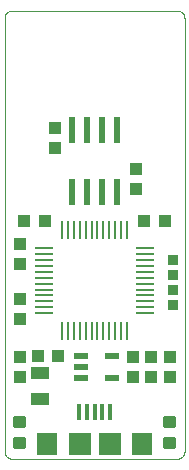
<source format=gtp>
G75*
%MOIN*%
%OFA0B0*%
%FSLAX25Y25*%
%IPPOS*%
%LPD*%
%AMOC8*
5,1,8,0,0,1.08239X$1,22.5*
%
%ADD10C,0.00000*%
%ADD11R,0.01378X0.05512*%
%ADD12R,0.07087X0.07480*%
%ADD13R,0.07480X0.07480*%
%ADD14R,0.04724X0.02165*%
%ADD15C,0.01181*%
%ADD16R,0.04331X0.03937*%
%ADD17R,0.03937X0.04331*%
%ADD18R,0.02400X0.08700*%
%ADD19R,0.05906X0.00984*%
%ADD20R,0.00984X0.05906*%
%ADD21R,0.03500X0.03200*%
%ADD22R,0.05906X0.03937*%
D10*
X0035095Y0032058D02*
X0035095Y0176433D01*
X0035097Y0176531D01*
X0035103Y0176629D01*
X0035112Y0176727D01*
X0035126Y0176824D01*
X0035143Y0176921D01*
X0035164Y0177017D01*
X0035189Y0177112D01*
X0035217Y0177206D01*
X0035250Y0177298D01*
X0035285Y0177390D01*
X0035325Y0177480D01*
X0035367Y0177568D01*
X0035414Y0177655D01*
X0035463Y0177739D01*
X0035516Y0177822D01*
X0035572Y0177902D01*
X0035632Y0177981D01*
X0035694Y0178057D01*
X0035759Y0178130D01*
X0035827Y0178201D01*
X0035898Y0178269D01*
X0035971Y0178334D01*
X0036047Y0178396D01*
X0036126Y0178456D01*
X0036206Y0178512D01*
X0036289Y0178565D01*
X0036373Y0178614D01*
X0036460Y0178661D01*
X0036548Y0178703D01*
X0036638Y0178743D01*
X0036730Y0178778D01*
X0036822Y0178811D01*
X0036916Y0178839D01*
X0037011Y0178864D01*
X0037107Y0178885D01*
X0037204Y0178902D01*
X0037301Y0178916D01*
X0037399Y0178925D01*
X0037497Y0178931D01*
X0037595Y0178933D01*
X0092595Y0178933D01*
X0092693Y0178931D01*
X0092791Y0178925D01*
X0092889Y0178916D01*
X0092986Y0178902D01*
X0093083Y0178885D01*
X0093179Y0178864D01*
X0093274Y0178839D01*
X0093368Y0178811D01*
X0093460Y0178778D01*
X0093552Y0178743D01*
X0093642Y0178703D01*
X0093730Y0178661D01*
X0093817Y0178614D01*
X0093901Y0178565D01*
X0093984Y0178512D01*
X0094064Y0178456D01*
X0094143Y0178396D01*
X0094219Y0178334D01*
X0094292Y0178269D01*
X0094363Y0178201D01*
X0094431Y0178130D01*
X0094496Y0178057D01*
X0094558Y0177981D01*
X0094618Y0177902D01*
X0094674Y0177822D01*
X0094727Y0177739D01*
X0094776Y0177655D01*
X0094823Y0177568D01*
X0094865Y0177480D01*
X0094905Y0177390D01*
X0094940Y0177298D01*
X0094973Y0177206D01*
X0095001Y0177112D01*
X0095026Y0177017D01*
X0095047Y0176921D01*
X0095064Y0176824D01*
X0095078Y0176727D01*
X0095087Y0176629D01*
X0095093Y0176531D01*
X0095095Y0176433D01*
X0095095Y0032058D01*
X0095093Y0031960D01*
X0095087Y0031862D01*
X0095078Y0031764D01*
X0095064Y0031667D01*
X0095047Y0031570D01*
X0095026Y0031474D01*
X0095001Y0031379D01*
X0094973Y0031285D01*
X0094940Y0031193D01*
X0094905Y0031101D01*
X0094865Y0031011D01*
X0094823Y0030923D01*
X0094776Y0030836D01*
X0094727Y0030752D01*
X0094674Y0030669D01*
X0094618Y0030589D01*
X0094558Y0030510D01*
X0094496Y0030434D01*
X0094431Y0030361D01*
X0094363Y0030290D01*
X0094292Y0030222D01*
X0094219Y0030157D01*
X0094143Y0030095D01*
X0094064Y0030035D01*
X0093984Y0029979D01*
X0093901Y0029926D01*
X0093817Y0029877D01*
X0093730Y0029830D01*
X0093642Y0029788D01*
X0093552Y0029748D01*
X0093460Y0029713D01*
X0093368Y0029680D01*
X0093274Y0029652D01*
X0093179Y0029627D01*
X0093083Y0029606D01*
X0092986Y0029589D01*
X0092889Y0029575D01*
X0092791Y0029566D01*
X0092693Y0029560D01*
X0092595Y0029558D01*
X0037595Y0029558D01*
X0037497Y0029560D01*
X0037399Y0029566D01*
X0037301Y0029575D01*
X0037204Y0029589D01*
X0037107Y0029606D01*
X0037011Y0029627D01*
X0036916Y0029652D01*
X0036822Y0029680D01*
X0036730Y0029713D01*
X0036638Y0029748D01*
X0036548Y0029788D01*
X0036460Y0029830D01*
X0036373Y0029877D01*
X0036289Y0029926D01*
X0036206Y0029979D01*
X0036126Y0030035D01*
X0036047Y0030095D01*
X0035971Y0030157D01*
X0035898Y0030222D01*
X0035827Y0030290D01*
X0035759Y0030361D01*
X0035694Y0030434D01*
X0035632Y0030510D01*
X0035572Y0030589D01*
X0035516Y0030669D01*
X0035463Y0030752D01*
X0035414Y0030836D01*
X0035367Y0030923D01*
X0035325Y0031011D01*
X0035285Y0031101D01*
X0035250Y0031193D01*
X0035217Y0031285D01*
X0035189Y0031379D01*
X0035164Y0031474D01*
X0035143Y0031570D01*
X0035126Y0031667D01*
X0035112Y0031764D01*
X0035103Y0031862D01*
X0035097Y0031960D01*
X0035095Y0032058D01*
D11*
X0059977Y0044991D03*
X0062536Y0044991D03*
X0065095Y0044991D03*
X0067654Y0044991D03*
X0070213Y0044991D03*
D12*
X0080843Y0034558D03*
X0049347Y0034558D03*
D13*
X0060095Y0034558D03*
X0070095Y0034558D03*
D14*
X0070839Y0056443D03*
X0070839Y0063923D03*
X0060602Y0063923D03*
X0060602Y0060183D03*
X0060602Y0056443D03*
D15*
X0041473Y0043139D02*
X0038717Y0043139D01*
X0041473Y0043139D02*
X0041473Y0040383D01*
X0038717Y0040383D01*
X0038717Y0043139D01*
X0038717Y0041563D02*
X0041473Y0041563D01*
X0041473Y0042743D02*
X0038717Y0042743D01*
X0038717Y0036233D02*
X0041473Y0036233D01*
X0041473Y0033477D01*
X0038717Y0033477D01*
X0038717Y0036233D01*
X0038717Y0034657D02*
X0041473Y0034657D01*
X0041473Y0035837D02*
X0038717Y0035837D01*
X0088717Y0036233D02*
X0091473Y0036233D01*
X0091473Y0033477D01*
X0088717Y0033477D01*
X0088717Y0036233D01*
X0088717Y0034657D02*
X0091473Y0034657D01*
X0091473Y0035837D02*
X0088717Y0035837D01*
X0088717Y0043139D02*
X0091473Y0043139D01*
X0091473Y0040383D01*
X0088717Y0040383D01*
X0088717Y0043139D01*
X0088717Y0041563D02*
X0091473Y0041563D01*
X0091473Y0042743D02*
X0088717Y0042743D01*
D16*
X0052817Y0063933D03*
X0046124Y0063933D03*
X0048442Y0108933D03*
X0041749Y0108933D03*
X0081749Y0108933D03*
X0088442Y0108933D03*
D17*
X0078845Y0119337D03*
X0078845Y0126030D03*
X0051970Y0133087D03*
X0051970Y0139780D03*
X0040095Y0101030D03*
X0040095Y0094337D03*
X0040095Y0082905D03*
X0040095Y0076212D03*
X0040095Y0063530D03*
X0040095Y0056837D03*
X0077908Y0056837D03*
X0077908Y0063530D03*
X0083845Y0063530D03*
X0083845Y0056837D03*
X0090095Y0056837D03*
X0090095Y0063530D03*
D18*
X0072595Y0118633D03*
X0067595Y0118633D03*
X0062595Y0118633D03*
X0057595Y0118633D03*
X0057595Y0139233D03*
X0062595Y0139233D03*
X0067595Y0139233D03*
X0072595Y0139233D03*
D19*
X0082024Y0099760D03*
X0082024Y0097791D03*
X0082024Y0095823D03*
X0082024Y0093854D03*
X0082024Y0091886D03*
X0082024Y0089917D03*
X0082024Y0087949D03*
X0082024Y0085980D03*
X0082024Y0084012D03*
X0082024Y0082043D03*
X0082024Y0080075D03*
X0082024Y0078106D03*
X0048166Y0078106D03*
X0048166Y0080075D03*
X0048166Y0082043D03*
X0048166Y0084012D03*
X0048166Y0085980D03*
X0048166Y0087949D03*
X0048166Y0089917D03*
X0048166Y0091886D03*
X0048166Y0093854D03*
X0048166Y0095823D03*
X0048166Y0097791D03*
X0048166Y0099760D03*
D20*
X0054268Y0105862D03*
X0056237Y0105862D03*
X0058205Y0105862D03*
X0060174Y0105862D03*
X0062142Y0105862D03*
X0064111Y0105862D03*
X0066079Y0105862D03*
X0068048Y0105862D03*
X0070016Y0105862D03*
X0071985Y0105862D03*
X0073953Y0105862D03*
X0075922Y0105862D03*
X0075922Y0072004D03*
X0073953Y0072004D03*
X0071985Y0072004D03*
X0070016Y0072004D03*
X0068048Y0072004D03*
X0066079Y0072004D03*
X0064111Y0072004D03*
X0062142Y0072004D03*
X0060174Y0072004D03*
X0058205Y0072004D03*
X0056237Y0072004D03*
X0054268Y0072004D03*
D21*
X0091345Y0080808D03*
X0091345Y0085808D03*
X0091345Y0090808D03*
X0091345Y0095808D03*
D22*
X0046970Y0058264D03*
X0046970Y0049602D03*
M02*

</source>
